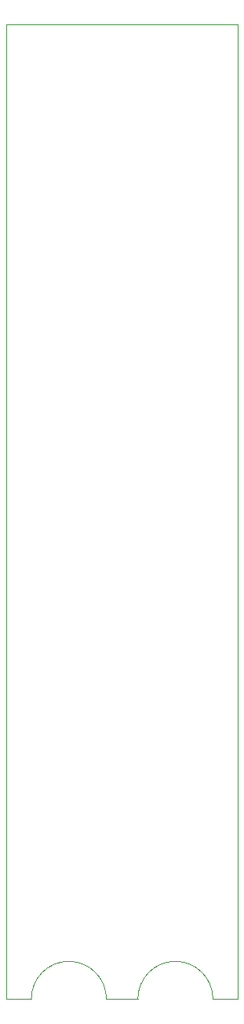
<source format=gbr>
G04 #@! TF.GenerationSoftware,KiCad,Pcbnew,7.0.10*
G04 #@! TF.CreationDate,2024-01-13T16:45:33+01:00*
G04 #@! TF.ProjectId,5hp_controller_oled,3568705f-636f-46e7-9472-6f6c6c65725f,rev?*
G04 #@! TF.SameCoordinates,Original*
G04 #@! TF.FileFunction,Profile,NP*
%FSLAX46Y46*%
G04 Gerber Fmt 4.6, Leading zero omitted, Abs format (unit mm)*
G04 Created by KiCad (PCBNEW 7.0.10) date 2024-01-13 16:45:33*
%MOMM*%
%LPD*%
G01*
G04 APERTURE LIST*
G04 #@! TA.AperFunction,Profile*
%ADD10C,0.100000*%
G04 #@! TD*
G04 APERTURE END LIST*
D10*
X12500000Y-50000000D02*
X12500000Y55000000D01*
X15200000Y-50000000D02*
X12500000Y-50000000D01*
X26700000Y-50000000D02*
X23300000Y-50000000D01*
X23300000Y-50000000D02*
G75*
G03*
X15200000Y-50000000I-4050000J25469D01*
G01*
X34800000Y-50000000D02*
G75*
G03*
X26700000Y-50000000I-4050000J25469D01*
G01*
X37500000Y-50000000D02*
X34800000Y-50000000D01*
X12500000Y55000000D02*
X37500000Y55000000D01*
X37500000Y55000000D02*
X37500000Y-50000000D01*
M02*

</source>
